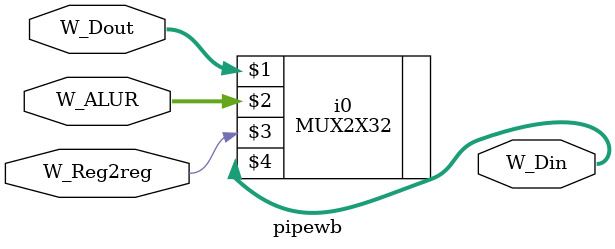
<source format=v>
`timescale 1ns / 1ps
module pipewb(W_Reg2reg,W_ALUR,W_Dout,W_Din);
    input W_Reg2reg;
    input [31:0]W_ALUR,W_Dout;
    output [31:0]W_Din;
    MUX2X32 i0(W_Dout,W_ALUR,W_Reg2reg,W_Din);      
endmodule
</source>
